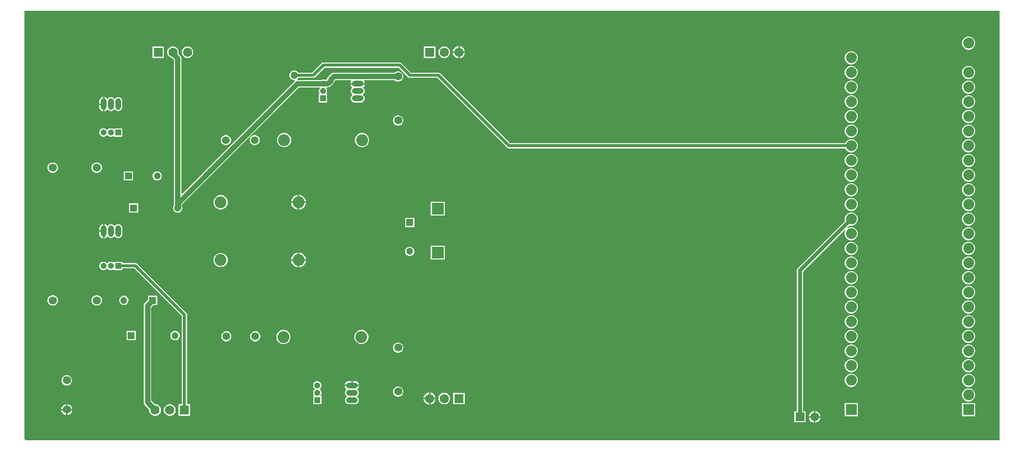
<source format=gbl>
%FSTAX23Y23*%
%MOIN*%
%SFA1B1*%

%IPPOS*%
%ADD15C,0.035350*%
%ADD16C,0.019680*%
%ADD23C,0.055000*%
%ADD27C,0.047240*%
%ADD28R,0.047240X0.047240*%
%ADD33R,0.047240X0.047240*%
%ADD44C,0.026930*%
%ADD47C,0.055120*%
%ADD48C,0.073860*%
%ADD49R,0.073860X0.073860*%
%ADD50C,0.080710*%
%ADD51O,0.078740X0.039370*%
%ADD52O,0.078740X0.039370*%
%ADD53C,0.041340*%
%ADD54R,0.041340X0.041340*%
%ADD55C,0.059060*%
%ADD56R,0.059060X0.059060*%
%ADD57R,0.041340X0.041340*%
%ADD58O,0.039370X0.078740*%
%ADD59O,0.039370X0.078740*%
%ADD60R,0.062990X0.062990*%
%ADD61C,0.062990*%
%ADD62R,0.080000X0.080000*%
%ADD63C,0.053150*%
%ADD64C,0.050000*%
%LNpcb1-1*%
%LPD*%
G36*
X0666Y-0001D02*
X0002D01*
X0001Y0*
Y0292*
X0666*
Y-0001*
G37*
%LNpcb1-2*%
%LPC*%
G36*
X06455Y02744D02*
X06444D01*
X06432Y02741*
X06422Y02735*
X06414Y02727*
X06408Y02717*
X06405Y02705*
Y02694*
X06408Y02682*
X06414Y02672*
X06422Y02664*
X06432Y02658*
X06444Y02655*
X06455*
X06467Y02658*
X06477Y02664*
X06485Y02672*
X06491Y02682*
X06494Y02694*
Y02705*
X06491Y02717*
X06485Y02727*
X06477Y02735*
X06467Y02741*
X06455Y02744*
G37*
G36*
X02979Y02679D02*
X02979D01*
Y02642*
X03015*
Y02643*
X03012Y02653*
X03007Y02663*
X02999Y02671*
X0299Y02676*
X02979Y02679*
G37*
G36*
X02969D02*
X02968D01*
X02958Y02676*
X02948Y02671*
X0294Y02663*
X02935Y02653*
X02932Y02643*
Y02642*
X02969*
Y02679*
G37*
G36*
X02879Y02677D02*
X02868D01*
X02858Y02674*
X02849Y02669*
X02842Y02661*
X02837Y02652*
X02834Y02642*
Y02632*
X02837Y02622*
X02842Y02613*
X02849Y02606*
X02858Y02601*
X02868Y02598*
X02879*
X02889Y02601*
X02898Y02606*
X02905Y02613*
X0291Y02622*
X02913Y02632*
Y02642*
X0291Y02652*
X02905Y02661*
X02898Y02669*
X02889Y02674*
X02879Y02677*
G37*
G36*
X02813D02*
X02734D01*
Y02598*
X02813*
Y02677*
G37*
G36*
X01128Y02677D02*
X01118D01*
X01108Y02674*
X01099Y02669*
X01092Y02661*
X01086Y02652*
X01084Y02642*
Y02632*
X01086Y02622*
X01092Y02613*
X01099Y02606*
X01108Y02601*
X01118Y02598*
X01128*
X01138Y02601*
X01147Y02606*
X01155Y02613*
X0116Y02622*
X01162Y02632*
Y02642*
X0116Y02652*
X01155Y02661*
X01147Y02669*
X01138Y02674*
X01128Y02677*
G37*
G36*
X00962D02*
X00884D01*
Y02598*
X00962*
Y02677*
G37*
G36*
X03015Y02632D02*
X02979D01*
Y02596*
X02979*
X0299Y02599*
X02999Y02604*
X03007Y02612*
X03012Y02621*
X03015Y02632*
Y02632*
G37*
G36*
X02969D02*
X02932D01*
Y02632*
X02935Y02621*
X0294Y02612*
X02948Y02604*
X02958Y02599*
X02968Y02596*
X02969*
Y02632*
G37*
G36*
X05655Y02644D02*
X05644D01*
X05632Y02641*
X05622Y02635*
X05614Y02627*
X05608Y02617*
X05605Y02605*
Y02594*
X05608Y02582*
X05614Y02572*
X05622Y02564*
X05632Y02558*
X05644Y02555*
X05655*
X05667Y02558*
X05677Y02564*
X05685Y02572*
X05691Y02582*
X05694Y02594*
Y02605*
X05691Y02617*
X05685Y02627*
X05677Y02635*
X05667Y02641*
X05655Y02644*
G37*
G36*
X06455Y02544D02*
X06444D01*
X06432Y02541*
X06422Y02535*
X06414Y02527*
X06408Y02517*
X06405Y02505*
Y02494*
X06408Y02482*
X06414Y02472*
X06422Y02464*
X06432Y02458*
X06444Y02455*
X06455*
X06467Y02458*
X06477Y02464*
X06485Y02472*
X06491Y02482*
X06494Y02494*
Y02505*
X06491Y02517*
X06485Y02527*
X06477Y02535*
X06467Y02541*
X06455Y02544*
G37*
G36*
X05655D02*
X05644D01*
X05632Y02541*
X05622Y02535*
X05614Y02527*
X05608Y02517*
X05605Y02505*
Y02494*
X05608Y02482*
X05614Y02472*
X05622Y02464*
X05632Y02458*
X05644Y02455*
X05655*
X05667Y02458*
X05677Y02464*
X05685Y02472*
X05691Y02482*
X05694Y02494*
Y02505*
X05691Y02517*
X05685Y02527*
X05677Y02535*
X05667Y02541*
X05655Y02544*
G37*
G36*
X06455Y02444D02*
X06444D01*
X06432Y02441*
X06422Y02435*
X06414Y02427*
X06408Y02417*
X06405Y02405*
Y02394*
X06408Y02382*
X06414Y02372*
X06422Y02364*
X06432Y02358*
X06444Y02355*
X06455*
X06467Y02358*
X06477Y02364*
X06485Y02372*
X06491Y02382*
X06494Y02394*
Y02405*
X06491Y02417*
X06485Y02427*
X06477Y02435*
X06467Y02441*
X06455Y02444*
G37*
G36*
X05655D02*
X05644D01*
X05632Y02441*
X05622Y02435*
X05614Y02427*
X05608Y02417*
X05605Y02405*
Y02394*
X05608Y02382*
X05614Y02372*
X05622Y02364*
X05632Y02358*
X05644Y02355*
X05655*
X05667Y02358*
X05677Y02364*
X05685Y02372*
X05691Y02382*
X05694Y02394*
Y02405*
X05691Y02417*
X05685Y02427*
X05677Y02435*
X05667Y02441*
X05655Y02444*
G37*
G36*
X02332Y02417D02*
X02234D01*
X02234Y02415*
X02237Y02407*
X02242Y02401*
X02245Y02399*
Y02393*
X02244Y02392*
X02239Y02386*
X02236Y0238*
X02235Y02372*
X02236Y02365*
X02239Y02358*
X02244Y02353*
X02247Y0235*
Y02344*
X02244Y02342*
X02239Y02336*
X02236Y0233*
X02235Y02322*
X02236Y02315*
X02239Y02308*
X02244Y02303*
X02249Y02298*
X02256Y02295*
X02263Y02295*
X02303*
X0231Y02295*
X02317Y02298*
X02322Y02303*
X02327Y02308*
X0233Y02315*
X0233Y02322*
X0233Y0233*
X02327Y02336*
X02322Y02342*
X02319Y02344*
Y0235*
X02322Y02353*
X02327Y02358*
X0233Y02365*
X0233Y02372*
X0233Y0238*
X02327Y02386*
X02322Y02392*
X02321Y02393*
Y02399*
X02324Y02401*
X02329Y02407*
X02332Y02415*
X02332Y02417*
G37*
G36*
X00546Y02332D02*
X00543Y02332D01*
X00536Y02329*
X0053Y02324*
X00525Y02318*
X00522Y0231*
X00521Y02303*
Y02288*
X00546*
Y02332*
G37*
G36*
X06455Y02344D02*
X06444D01*
X06432Y02341*
X06422Y02335*
X06414Y02327*
X06408Y02317*
X06405Y02305*
Y02294*
X06408Y02282*
X06414Y02272*
X06422Y02264*
X06432Y02258*
X06444Y02255*
X06455*
X06467Y02258*
X06477Y02264*
X06485Y02272*
X06491Y02282*
X06494Y02294*
Y02305*
X06491Y02317*
X06485Y02327*
X06477Y02335*
X06467Y02341*
X06455Y02344*
G37*
G36*
X05655D02*
X05644D01*
X05632Y02341*
X05622Y02335*
X05614Y02327*
X05608Y02317*
X05605Y02305*
Y02294*
X05608Y02282*
X05614Y02272*
X05622Y02264*
X05632Y02258*
X05644Y02255*
X05655*
X05667Y02258*
X05677Y02264*
X05685Y02272*
X05691Y02282*
X05694Y02294*
Y02305*
X05691Y02317*
X05685Y02327*
X05677Y02335*
X05667Y02341*
X05655Y02344*
G37*
G36*
X00556Y02332D02*
Y02283D01*
Y02234*
X00558Y02234*
X00566Y02237*
X00572Y02242*
X00574Y02245*
X0058*
X00581Y02244*
X00587Y02239*
X00593Y02236*
X00601Y02235*
X00608Y02236*
X00615Y02239*
X0062Y02244*
X00623Y02247*
X00629*
X00631Y02244*
X00637Y02239*
X00643Y02236*
X00651Y02235*
X00658Y02236*
X00665Y02239*
X0067Y02244*
X00675Y02249*
X00678Y02256*
X00678Y02263*
Y02303*
X00678Y0231*
X00675Y02317*
X0067Y02322*
X00665Y02327*
X00658Y0233*
X00651Y0233*
X00643Y0233*
X00637Y02327*
X00631Y02322*
X00629Y02319*
X00623*
X0062Y02322*
X00615Y02327*
X00608Y0233*
X00601Y0233*
X00593Y0233*
X00587Y02327*
X00581Y02322*
X0058Y02321*
X00574*
X00572Y02324*
X00566Y02329*
X00558Y02332*
X00556Y02332*
G37*
G36*
X00546Y02278D02*
X00521D01*
Y02263*
X00522Y02256*
X00525Y02248*
X0053Y02242*
X00536Y02237*
X00543Y02234*
X00546Y02234*
Y02278*
G37*
G36*
X06455Y02244D02*
X06444D01*
X06432Y02241*
X06422Y02235*
X06414Y02227*
X06408Y02217*
X06405Y02205*
Y02194*
X06408Y02182*
X06414Y02172*
X06422Y02164*
X06432Y02158*
X06444Y02155*
X06455*
X06467Y02158*
X06477Y02164*
X06485Y02172*
X06491Y02182*
X06494Y02194*
Y02205*
X06491Y02217*
X06485Y02227*
X06477Y02235*
X06467Y02241*
X06455Y02244*
G37*
G36*
X05655D02*
X05644D01*
X05632Y02241*
X05622Y02235*
X05614Y02227*
X05608Y02217*
X05605Y02205*
Y02194*
X05608Y02182*
X05614Y02172*
X05622Y02164*
X05632Y02158*
X05644Y02155*
X05655*
X05667Y02158*
X05677Y02164*
X05685Y02172*
X05691Y02182*
X05694Y02194*
Y02205*
X05691Y02217*
X05685Y02227*
X05677Y02235*
X05667Y02241*
X05655Y02244*
G37*
G36*
X02563Y02208D02*
X02554D01*
X02545Y02205*
X02537Y02201*
X0253Y02194*
X02526Y02186*
X02523Y02177*
Y02168*
X02526Y02159*
X0253Y02151*
X02537Y02144*
X02545Y02139*
X02554Y02137*
X02563*
X02572Y02139*
X0258Y02144*
X02587Y02151*
X02592Y02159*
X02594Y02168*
Y02177*
X02592Y02186*
X02587Y02194*
X0258Y02201*
X02572Y02205*
X02563Y02208*
G37*
G36*
X00678Y02118D02*
X00621D01*
Y02115*
X00616Y02113*
X00611Y02116*
X00603Y02118*
X00596*
X00588Y02116*
X00582Y02112*
X00578Y02108*
X00575Y02107*
X00571Y02108*
X00567Y02112*
X00561Y02116*
X00553Y02118*
X00546*
X00538Y02116*
X00532Y02112*
X00527Y02107*
X00523Y02101*
X00521Y02093*
Y02086*
X00523Y02078*
X00527Y02072*
X00532Y02067*
X00538Y02063*
X00546Y02061*
X00553*
X00561Y02063*
X00567Y02067*
X00571Y02071*
X00575Y02072*
X00578Y02071*
X00582Y02067*
X00588Y02063*
X00596Y02061*
X00603*
X00611Y02063*
X00616Y02066*
X00621Y02064*
Y02061*
X00678*
Y02118*
G37*
G36*
X06455Y02144D02*
X06444D01*
X06432Y02141*
X06422Y02135*
X06414Y02127*
X06408Y02117*
X06405Y02105*
Y02094*
X06408Y02082*
X06414Y02072*
X06422Y02064*
X06432Y02058*
X06444Y02055*
X06455*
X06467Y02058*
X06477Y02064*
X06485Y02072*
X06491Y02082*
X06494Y02094*
Y02105*
X06491Y02117*
X06485Y02127*
X06477Y02135*
X06467Y02141*
X06455Y02144*
G37*
G36*
X05655D02*
X05644D01*
X05632Y02141*
X05622Y02135*
X05614Y02127*
X05608Y02117*
X05605Y02105*
Y02094*
X05608Y02082*
X05614Y02072*
X05622Y02064*
X05632Y02058*
X05644Y02055*
X05655*
X05667Y02058*
X05677Y02064*
X05685Y02072*
X05691Y02082*
X05694Y02094*
Y02105*
X05691Y02117*
X05685Y02127*
X05677Y02135*
X05667Y02141*
X05655Y02144*
G37*
G36*
X01586Y02072D02*
X01576D01*
X01568Y0207*
X0156Y02065*
X01553Y02059*
X01549Y02051*
X01547Y02042*
Y02033*
X01549Y02024*
X01553Y02016*
X0156Y0201*
X01568Y02006*
X01576Y02003*
X01586*
X01594Y02006*
X01602Y0201*
X01609Y02016*
X01613Y02024*
X01615Y02033*
Y02042*
X01613Y02051*
X01609Y02059*
X01602Y02065*
X01594Y0207*
X01586Y02072*
G37*
G36*
X01389D02*
X0138D01*
X01371Y0207*
X01363Y02065*
X01357Y02059*
X01352Y02051*
X0135Y02042*
Y02033*
X01352Y02024*
X01357Y02016*
X01363Y0201*
X01371Y02006*
X0138Y02003*
X01389*
X01397Y02006*
X01405Y0201*
X01412Y02016*
X01416Y02024*
X01419Y02033*
Y02042*
X01416Y02051*
X01412Y02059*
X01405Y02065*
X01397Y0207*
X01389Y02072*
G37*
G36*
X02319Y02086D02*
X02307D01*
X02295Y02083*
X02284Y02076*
X02275Y02067*
X02268Y02056*
X02265Y02044*
Y02031*
X02268Y02019*
X02275Y02008*
X02284Y01999*
X02295Y01993*
X02307Y01989*
X02319*
X02332Y01993*
X02343Y01999*
X02352Y02008*
X02358Y02019*
X02361Y02031*
Y02044*
X02358Y02056*
X02352Y02067*
X02343Y02076*
X02332Y02083*
X02319Y02086*
G37*
G36*
X01788D02*
X01776D01*
X01763Y02083*
X01752Y02076*
X01743Y02067*
X01737Y02056*
X01734Y02044*
Y02031*
X01737Y02019*
X01743Y02008*
X01752Y01999*
X01763Y01993*
X01776Y01989*
X01788*
X01801Y01993*
X01812Y01999*
X01821Y02008*
X01827Y02019*
X0183Y02031*
Y02044*
X01827Y02056*
X01821Y02067*
X01812Y02076*
X01801Y02083*
X01788Y02086*
G37*
G36*
X06455Y02044D02*
X06444D01*
X06432Y02041*
X06422Y02035*
X06414Y02027*
X06408Y02017*
X06405Y02005*
Y01994*
X06408Y01982*
X06414Y01972*
X06422Y01964*
X06432Y01958*
X06444Y01955*
X06455*
X06467Y01958*
X06477Y01964*
X06485Y01972*
X06491Y01982*
X06494Y01994*
Y02005*
X06491Y02017*
X06485Y02027*
X06477Y02035*
X06467Y02041*
X06455Y02044*
G37*
G36*
X01028Y02677D02*
X01018D01*
X01008Y02674*
X00999Y02669*
X00992Y02661*
X00986Y02652*
X00984Y02642*
Y02632*
X00986Y02622*
X00992Y02613*
X00999Y02606*
X01008Y02601*
X01016Y02599*
X01029Y02585*
Y01593*
X01026Y01586*
X01024Y01578*
Y0157*
X01026Y01562*
X0103Y01555*
X01036Y01549*
X01043Y01545*
X01051Y01543*
X01059*
X01067Y01545*
X01074Y01549*
X0108Y01555*
X01084Y01562*
X01087Y0157*
Y01578*
X01085Y01585*
Y016*
X01882Y02397*
X02024*
X02026Y02392*
X02024Y0239*
X0202Y02383*
X02018Y02376*
Y02369*
X0202Y02361*
X02023Y02356*
X02021Y02351*
X02018*
Y02294*
X02075*
Y02351*
X02072*
X0207Y02356*
X02073Y02361*
X02075Y02369*
Y02376*
X02073Y02383*
X0207Y0239*
X02067Y02393*
X02069Y02398*
X02078*
X02085Y02399*
X02091Y02401*
X02097Y02405*
X02118Y02426*
Y02426*
X02122Y02432*
X02124Y02438*
X02125Y0244*
X02131Y02447*
X02238*
X02241Y02442*
X02237Y02437*
X02234Y0243*
X02234Y02427*
X02332*
X02332Y0243*
X02329Y02437*
X02325Y02442*
X02328Y02447*
X02534*
X02537Y02444*
X02545Y02439*
X02554Y02437*
X02563*
X02572Y02439*
X0258Y02444*
X02587Y02451*
X02592Y02459*
X02594Y02468*
Y02477*
X02592Y02486*
X02587Y02494*
X0258Y02501*
X02572Y02505*
X02563Y02508*
X02554*
X02545Y02505*
X02537Y02501*
X02534Y02498*
X0212*
X02114Y02497*
X02107Y02495*
X02102Y02491*
X02081Y0247*
X02077Y02465*
X02075Y02458*
X02074Y02456*
X02068Y02449*
X02057*
X02051Y02451*
X02043*
X02036Y02449*
X02034Y02448*
X01871*
X01871Y02448*
X01869Y02453*
X0187Y02454*
X01876Y0246*
X01877Y02462*
X0198*
X01987Y02463*
X01993Y02467*
X02057Y02531*
X02562*
X02626Y02467*
X02632Y02463*
X02639Y02462*
X02827*
X03302Y01987*
X03308Y01983*
X03314Y01981*
X05608*
X05614Y01972*
X05622Y01964*
X05632Y01958*
X05644Y01955*
X05655*
X05667Y01958*
X05677Y01964*
X05685Y01972*
X05691Y01982*
X05694Y01994*
Y02005*
X05691Y02017*
X05685Y02027*
X05677Y02035*
X05667Y02041*
X05655Y02044*
X05644*
X05632Y02041*
X05622Y02035*
X05614Y02027*
X05608Y02018*
X03322*
X02847Y02493*
X02841Y02497*
X02834Y02498*
X02647*
X02582Y02562*
X02576Y02566*
X0257Y02568*
X0205*
X02043Y02566*
X02037Y02562*
X01972Y02498*
X01877*
X01876Y025*
X0187Y02506*
X01863Y0251*
X01854Y02513*
X01846*
X01837Y0251*
X0183Y02506*
X01824Y025*
X01819Y02493*
X01817Y02484*
Y02475*
X01819Y02467*
X01824Y0246*
X0183Y02454*
X01837Y02449*
X01846Y02447*
X01853*
X01855Y02443*
X01855Y02442*
X01853Y02441*
X01086Y01673*
X01081Y01675*
Y02596*
X0108Y02602*
X01077Y02608*
X01073Y02614*
X01061Y02626*
X01062Y02632*
Y02642*
X0106Y02652*
X01055Y02661*
X01047Y02669*
X01038Y02674*
X01028Y02677*
G37*
G36*
X06455Y01944D02*
X06444D01*
X06432Y01941*
X06422Y01935*
X06414Y01927*
X06408Y01917*
X06405Y01905*
Y01894*
X06408Y01882*
X06414Y01872*
X06422Y01864*
X06432Y01858*
X06444Y01855*
X06455*
X06467Y01858*
X06477Y01864*
X06485Y01872*
X06491Y01882*
X06494Y01894*
Y01905*
X06491Y01917*
X06485Y01927*
X06477Y01935*
X06467Y01941*
X06455Y01944*
G37*
G36*
X05655D02*
X05644D01*
X05632Y01941*
X05622Y01935*
X05614Y01927*
X05608Y01917*
X05605Y01905*
Y01894*
X05608Y01882*
X05614Y01872*
X05622Y01864*
X05632Y01858*
X05644Y01855*
X05655*
X05667Y01858*
X05677Y01864*
X05685Y01872*
X05691Y01882*
X05694Y01894*
Y01905*
X05691Y01917*
X05685Y01927*
X05677Y01935*
X05667Y01941*
X05655Y01944*
G37*
G36*
X00508Y01885D02*
X00499D01*
X0049Y01883*
X00482Y01878*
X00475Y01872*
X00471Y01864*
X00468Y01855*
Y01845*
X00471Y01836*
X00475Y01828*
X00482Y01822*
X0049Y01817*
X00499Y01814*
X00508*
X00518Y01817*
X00526Y01822*
X00532Y01828*
X00537Y01836*
X00539Y01845*
Y01855*
X00537Y01864*
X00532Y01872*
X00526Y01878*
X00518Y01883*
X00508Y01885*
G37*
G36*
X00208D02*
X00199D01*
X0019Y01883*
X00182Y01878*
X00175Y01872*
X00171Y01864*
X00168Y01855*
Y01845*
X00171Y01836*
X00175Y01828*
X00182Y01822*
X0019Y01817*
X00199Y01814*
X00208*
X00218Y01817*
X00226Y01822*
X00232Y01828*
X00237Y01836*
X00239Y01845*
Y01855*
X00237Y01864*
X00232Y01872*
X00226Y01878*
X00218Y01883*
X00208Y01885*
G37*
G36*
X0092Y01825D02*
X00912D01*
X00904Y01823*
X00897Y01819*
X00891Y01813*
X00887Y01806*
X00885Y01798*
Y01789*
X00887Y01781*
X00891Y01774*
X00897Y01768*
X00904Y01764*
X00912Y01762*
X0092*
X00928Y01764*
X00935Y01768*
X00941Y01774*
X00945Y01781*
X00947Y01789*
Y01798*
X00945Y01806*
X00941Y01813*
X00935Y01819*
X00928Y01823*
X0092Y01825*
G37*
G36*
X00751D02*
X00688D01*
Y01762*
X00751*
Y01825*
G37*
G36*
X06455Y01844D02*
X06444D01*
X06432Y01841*
X06422Y01835*
X06414Y01827*
X06408Y01817*
X06405Y01805*
Y01794*
X06408Y01782*
X06414Y01772*
X06422Y01764*
X06432Y01758*
X06444Y01755*
X06455*
X06467Y01758*
X06477Y01764*
X06485Y01772*
X06491Y01782*
X06494Y01794*
Y01805*
X06491Y01817*
X06485Y01827*
X06477Y01835*
X06467Y01841*
X06455Y01844*
G37*
G36*
X05655D02*
X05644D01*
X05632Y01841*
X05622Y01835*
X05614Y01827*
X05608Y01817*
X05605Y01805*
Y01794*
X05608Y01782*
X05614Y01772*
X05622Y01764*
X05632Y01758*
X05644Y01755*
X05655*
X05667Y01758*
X05677Y01764*
X05685Y01772*
X05691Y01782*
X05694Y01794*
Y01805*
X05691Y01817*
X05685Y01827*
X05677Y01835*
X05667Y01841*
X05655Y01844*
G37*
G36*
X06455Y01744D02*
X06444D01*
X06432Y01741*
X06422Y01735*
X06414Y01727*
X06408Y01717*
X06405Y01705*
Y01694*
X06408Y01682*
X06414Y01672*
X06422Y01664*
X06432Y01658*
X06444Y01655*
X06455*
X06467Y01658*
X06477Y01664*
X06485Y01672*
X06491Y01682*
X06494Y01694*
Y01705*
X06491Y01717*
X06485Y01727*
X06477Y01735*
X06467Y01741*
X06455Y01744*
G37*
G36*
X05655D02*
X05644D01*
X05632Y01741*
X05622Y01735*
X05614Y01727*
X05608Y01717*
X05605Y01705*
Y01694*
X05608Y01682*
X05614Y01672*
X05622Y01664*
X05632Y01658*
X05644Y01655*
X05655*
X05667Y01658*
X05677Y01664*
X05685Y01672*
X05691Y01682*
X05694Y01694*
Y01705*
X05691Y01717*
X05685Y01727*
X05677Y01735*
X05667Y01741*
X05655Y01744*
G37*
G36*
X01886Y01664D02*
X01884D01*
Y01619*
X0193*
Y0162*
X01926Y01633*
X0192Y01645*
X0191Y01654*
X01899Y01661*
X01886Y01664*
G37*
G36*
X01874D02*
X01873D01*
X0186Y01661*
X01848Y01654*
X01839Y01645*
X01832Y01633*
X01829Y0162*
Y01619*
X01874*
Y01664*
G37*
G36*
X01354Y01662D02*
X01342D01*
X0133Y01659*
X01319Y01652*
X0131Y01643*
X01303Y01632*
X013Y0162*
Y01607*
X01303Y01595*
X0131Y01584*
X01319Y01575*
X0133Y01569*
X01342Y01565*
X01354*
X01367Y01569*
X01378Y01575*
X01387Y01584*
X01393Y01595*
X01396Y01607*
Y0162*
X01393Y01632*
X01387Y01643*
X01378Y01652*
X01367Y01659*
X01354Y01662*
G37*
G36*
X0193Y01609D02*
X01884D01*
Y01563*
X01886*
X01899Y01567*
X0191Y01573*
X0192Y01583*
X01926Y01594*
X0193Y01607*
Y01609*
G37*
G36*
X01874D02*
X01829D01*
Y01607*
X01832Y01594*
X01839Y01583*
X01848Y01573*
X0186Y01567*
X01873Y01563*
X01874*
Y01609*
G37*
G36*
X06455Y01644D02*
X06444D01*
X06432Y01641*
X06422Y01635*
X06414Y01627*
X06408Y01617*
X06405Y01605*
Y01594*
X06408Y01582*
X06414Y01572*
X06422Y01564*
X06432Y01558*
X06444Y01555*
X06455*
X06467Y01558*
X06477Y01564*
X06485Y01572*
X06491Y01582*
X06494Y01594*
Y01605*
X06491Y01617*
X06485Y01627*
X06477Y01635*
X06467Y01641*
X06455Y01644*
G37*
G36*
X05655D02*
X05644D01*
X05632Y01641*
X05622Y01635*
X05614Y01627*
X05608Y01617*
X05605Y01605*
Y01594*
X05608Y01582*
X05614Y01572*
X05622Y01564*
X05632Y01558*
X05644Y01555*
X05655*
X05667Y01558*
X05677Y01564*
X05685Y01572*
X05691Y01582*
X05694Y01594*
Y01605*
X05691Y01617*
X05685Y01627*
X05677Y01635*
X05667Y01641*
X05655Y01644*
G37*
G36*
X00786Y01606D02*
X00723D01*
Y01543*
X00786*
Y01606*
G37*
G36*
X02877Y01617D02*
X02782D01*
Y01522*
X02877*
Y01617*
G37*
G36*
X06455Y01544D02*
X06444D01*
X06432Y01541*
X06422Y01535*
X06414Y01527*
X06408Y01517*
X06405Y01505*
Y01494*
X06408Y01482*
X06414Y01472*
X06422Y01464*
X06432Y01458*
X06444Y01455*
X06455*
X06467Y01458*
X06477Y01464*
X06485Y01472*
X06491Y01482*
X06494Y01494*
Y01505*
X06491Y01517*
X06485Y01527*
X06477Y01535*
X06467Y01541*
X06455Y01544*
G37*
G36*
X05655D02*
X05644D01*
X05632Y01541*
X05622Y01535*
X05614Y01527*
X05608Y01517*
X05605Y01505*
Y01494*
X05606Y01487*
X05284Y01165*
X05279Y01158*
X05278Y0115*
Y00187*
X05262*
Y00112*
X05337*
Y00187*
X05321*
Y0114*
X05608Y01427*
X05612Y01424*
X05608Y01417*
X05605Y01405*
Y01394*
X05608Y01382*
X05614Y01372*
X05622Y01364*
X05632Y01358*
X05644Y01355*
X05655*
X05667Y01358*
X05677Y01364*
X05685Y01372*
X05691Y01382*
X05694Y01394*
Y01405*
X05691Y01417*
X05685Y01427*
X05677Y01435*
X05667Y01441*
X05655Y01444*
X05644*
X05632Y01441*
X05625Y01437*
X05622Y01441*
X05637Y01456*
X05644Y01455*
X05655*
X05667Y01458*
X05677Y01464*
X05685Y01472*
X05691Y01482*
X05694Y01494*
Y01505*
X05691Y01517*
X05685Y01527*
X05677Y01535*
X05667Y01541*
X05655Y01544*
G37*
G36*
X02669Y01507D02*
X02606D01*
Y01444*
X02669*
Y01507*
G37*
G36*
X00546Y01466D02*
X00543Y01465D01*
X00536Y01462*
X0053Y01458*
X00525Y01451*
X00522Y01444*
X00521Y01437*
Y01422*
X00546*
Y01466*
G37*
G36*
X00556D02*
Y01417D01*
Y01368*
X00558Y01368*
X00566Y01371*
X00572Y01376*
X00574Y01379*
X0058*
X00581Y01377*
X00587Y01373*
X00593Y0137*
X00601Y01369*
X00608Y0137*
X00615Y01373*
X0062Y01377*
X00623Y0138*
X00629*
X00631Y01377*
X00637Y01373*
X00643Y0137*
X00651Y01369*
X00658Y0137*
X00665Y01373*
X0067Y01377*
X00675Y01383*
X00678Y0139*
X00678Y01397*
Y01437*
X00678Y01444*
X00675Y0145*
X0067Y01456*
X00665Y01461*
X00658Y01463*
X00651Y01464*
X00643Y01463*
X00637Y01461*
X00631Y01456*
X00629Y01453*
X00623*
X0062Y01456*
X00615Y01461*
X00608Y01463*
X00601Y01464*
X00593Y01463*
X00587Y01461*
X00581Y01456*
X0058Y01455*
X00574*
X00572Y01458*
X00566Y01462*
X00558Y01465*
X00556Y01466*
G37*
G36*
X00546Y01412D02*
X00521D01*
Y01397*
X00522Y01389*
X00525Y01382*
X0053Y01376*
X00536Y01371*
X00543Y01368*
X00546Y01368*
Y01412*
G37*
G36*
X06455Y01444D02*
X06444D01*
X06432Y01441*
X06422Y01435*
X06414Y01427*
X06408Y01417*
X06405Y01405*
Y01394*
X06408Y01382*
X06414Y01372*
X06422Y01364*
X06432Y01358*
X06444Y01355*
X06455*
X06467Y01358*
X06477Y01364*
X06485Y01372*
X06491Y01382*
X06494Y01394*
Y01405*
X06491Y01417*
X06485Y01427*
X06477Y01435*
X06467Y01441*
X06455Y01444*
G37*
G36*
Y01344D02*
X06444D01*
X06432Y01341*
X06422Y01335*
X06414Y01327*
X06408Y01317*
X06405Y01305*
Y01294*
X06408Y01282*
X06414Y01272*
X06422Y01264*
X06432Y01258*
X06444Y01255*
X06455*
X06467Y01258*
X06477Y01264*
X06485Y01272*
X06491Y01282*
X06494Y01294*
Y01305*
X06491Y01317*
X06485Y01327*
X06477Y01335*
X06467Y01341*
X06455Y01344*
G37*
G36*
X05655D02*
X05644D01*
X05632Y01341*
X05622Y01335*
X05614Y01327*
X05608Y01317*
X05605Y01305*
Y01294*
X05608Y01282*
X05614Y01272*
X05622Y01264*
X05632Y01258*
X05644Y01255*
X05655*
X05667Y01258*
X05677Y01264*
X05685Y01272*
X05691Y01282*
X05694Y01294*
Y01305*
X05691Y01317*
X05685Y01327*
X05677Y01335*
X05667Y01341*
X05655Y01344*
G37*
G36*
X02641Y01311D02*
X02633D01*
X02625Y01308*
X02618Y01304*
X02612Y01298*
X02608Y01291*
X02606Y01283*
Y01275*
X02608Y01267*
X02612Y0126*
X02618Y01254*
X02625Y0125*
X02633Y01248*
X02641*
X02649Y0125*
X02657Y01254*
X02663Y0126*
X02667Y01267*
X02669Y01275*
Y01283*
X02667Y01291*
X02663Y01298*
X02657Y01304*
X02649Y01308*
X02641Y01311*
G37*
G36*
X01886Y0127D02*
X01884D01*
Y01225*
X0193*
Y01227*
X01926Y01239*
X0192Y01251*
X0191Y0126*
X01899Y01267*
X01886Y0127*
G37*
G36*
X01874D02*
X01873D01*
X0186Y01267*
X01848Y0126*
X01839Y01251*
X01832Y01239*
X01829Y01227*
Y01225*
X01874*
Y0127*
G37*
G36*
X02877Y01317D02*
X02782D01*
Y01222*
X02877*
Y01317*
G37*
G36*
X00678Y01208D02*
X00621D01*
Y01205*
X00616Y01203*
X00611Y01206*
X00603Y01208*
X00596*
X00588Y01206*
X00582Y01202*
X00578Y01198*
X00575Y01197*
X00571Y01198*
X00567Y01202*
X00561Y01206*
X00553Y01208*
X00546*
X00538Y01206*
X00532Y01202*
X00527Y01197*
X00523Y01191*
X00521Y01183*
Y01176*
X00523Y01168*
X00527Y01162*
X00532Y01157*
X00538Y01153*
X00546Y01151*
X00553*
X00561Y01153*
X00567Y01157*
X00571Y01161*
X00575Y01162*
X00578Y01161*
X00582Y01157*
X00588Y01153*
X00596Y01151*
X00603*
X00611Y01153*
X00616Y01156*
X00621Y01154*
Y01151*
X00678*
Y01163*
X00761*
X01084Y0084*
Y00236*
X01062*
Y00157*
X01141*
Y00236*
X0112*
Y00847*
X01119Y00854*
X01115Y0086*
X00781Y01193*
X00775Y01197*
X00768Y01199*
X00678*
Y01208*
G37*
G36*
X01354Y01268D02*
X01342D01*
X0133Y01265*
X01319Y01259*
X0131Y0125*
X01303Y01239*
X013Y01226*
Y01214*
X01303Y01201*
X0131Y0119*
X01319Y01181*
X0133Y01175*
X01342Y01172*
X01354*
X01367Y01175*
X01378Y01181*
X01387Y0119*
X01393Y01201*
X01396Y01214*
Y01226*
X01393Y01239*
X01387Y0125*
X01378Y01259*
X01367Y01265*
X01354Y01268*
G37*
G36*
X0193Y01215D02*
X01884D01*
Y0117*
X01886*
X01899Y01173*
X0191Y0118*
X0192Y01189*
X01926Y01201*
X0193Y01213*
Y01215*
G37*
G36*
X01874D02*
X01829D01*
Y01213*
X01832Y01201*
X01839Y01189*
X01848Y0118*
X0186Y01173*
X01873Y0117*
X01874*
Y01215*
G37*
G36*
X06455Y01244D02*
X06444D01*
X06432Y01241*
X06422Y01235*
X06414Y01227*
X06408Y01217*
X06405Y01205*
Y01194*
X06408Y01182*
X06414Y01172*
X06422Y01164*
X06432Y01158*
X06444Y01155*
X06455*
X06467Y01158*
X06477Y01164*
X06485Y01172*
X06491Y01182*
X06494Y01194*
Y01205*
X06491Y01217*
X06485Y01227*
X06477Y01235*
X06467Y01241*
X06455Y01244*
G37*
G36*
X05655D02*
X05644D01*
X05632Y01241*
X05622Y01235*
X05614Y01227*
X05608Y01217*
X05605Y01205*
Y01194*
X05608Y01182*
X05614Y01172*
X05622Y01164*
X05632Y01158*
X05644Y01155*
X05655*
X05667Y01158*
X05677Y01164*
X05685Y01172*
X05691Y01182*
X05694Y01194*
Y01205*
X05691Y01217*
X05685Y01227*
X05677Y01235*
X05667Y01241*
X05655Y01244*
G37*
G36*
X06455Y01144D02*
X06444D01*
X06432Y01141*
X06422Y01135*
X06414Y01127*
X06408Y01117*
X06405Y01105*
Y01094*
X06408Y01082*
X06414Y01072*
X06422Y01064*
X06432Y01058*
X06444Y01055*
X06455*
X06467Y01058*
X06477Y01064*
X06485Y01072*
X06491Y01082*
X06494Y01094*
Y01105*
X06491Y01117*
X06485Y01127*
X06477Y01135*
X06467Y01141*
X06455Y01144*
G37*
G36*
X05655D02*
X05644D01*
X05632Y01141*
X05622Y01135*
X05614Y01127*
X05608Y01117*
X05605Y01105*
Y01094*
X05608Y01082*
X05614Y01072*
X05622Y01064*
X05632Y01058*
X05644Y01055*
X05655*
X05667Y01058*
X05677Y01064*
X05685Y01072*
X05691Y01082*
X05694Y01094*
Y01105*
X05691Y01117*
X05685Y01127*
X05677Y01135*
X05667Y01141*
X05655Y01144*
G37*
G36*
X06455Y01044D02*
X06444D01*
X06432Y01041*
X06422Y01035*
X06414Y01027*
X06408Y01017*
X06405Y01005*
Y00994*
X06408Y00982*
X06414Y00972*
X06422Y00964*
X06432Y00958*
X06444Y00955*
X06455*
X06467Y00958*
X06477Y00964*
X06485Y00972*
X06491Y00982*
X06494Y00994*
Y01005*
X06491Y01017*
X06485Y01027*
X06477Y01035*
X06467Y01041*
X06455Y01044*
G37*
G36*
X05655D02*
X05644D01*
X05632Y01041*
X05622Y01035*
X05614Y01027*
X05608Y01017*
X05605Y01005*
Y00994*
X05608Y00982*
X05614Y00972*
X05622Y00964*
X05632Y00958*
X05644Y00955*
X05655*
X05667Y00958*
X05677Y00964*
X05685Y00972*
X05691Y00982*
X05694Y00994*
Y01005*
X05691Y01017*
X05685Y01027*
X05677Y01035*
X05667Y01041*
X05655Y01044*
G37*
G36*
X00693Y00976D02*
X00684D01*
X00676Y00974*
X00669Y0097*
X00663Y00964*
X00659Y00957*
X00657Y00949*
Y0094*
X00659Y00932*
X00663Y00925*
X00669Y00919*
X00676Y00915*
X00684Y00913*
X00693*
X00701Y00915*
X00708Y00919*
X00714Y00925*
X00718Y00932*
X0072Y0094*
Y00949*
X00718Y00957*
X00714Y00964*
X00708Y0097*
X00701Y00974*
X00693Y00976*
G37*
G36*
X00508Y0098D02*
X00499D01*
X0049Y00977*
X00482Y00973*
X00475Y00966*
X00471Y00958*
X00468Y00949*
Y0094*
X00471Y00931*
X00475Y00923*
X00482Y00916*
X0049Y00911*
X00499Y00909*
X00508*
X00518Y00911*
X00526Y00916*
X00532Y00923*
X00537Y00931*
X00539Y0094*
Y00949*
X00537Y00958*
X00532Y00966*
X00526Y00973*
X00518Y00977*
X00508Y0098*
G37*
G36*
X00208D02*
X00199D01*
X0019Y00977*
X00182Y00973*
X00175Y00966*
X00171Y00958*
X00168Y00949*
Y0094*
X00171Y00931*
X00175Y00923*
X00182Y00916*
X0019Y00911*
X00199Y00909*
X00208*
X00218Y00911*
X00226Y00916*
X00232Y00923*
X00237Y00931*
X00239Y0094*
Y00949*
X00237Y00958*
X00232Y00966*
X00226Y00973*
X00218Y00977*
X00208Y0098*
G37*
G36*
X06455Y00944D02*
X06444D01*
X06432Y00941*
X06422Y00935*
X06414Y00927*
X06408Y00917*
X06405Y00905*
Y00894*
X06408Y00882*
X06414Y00872*
X06422Y00864*
X06432Y00858*
X06444Y00855*
X06455*
X06467Y00858*
X06477Y00864*
X06485Y00872*
X06491Y00882*
X06494Y00894*
Y00905*
X06491Y00917*
X06485Y00927*
X06477Y00935*
X06467Y00941*
X06455Y00944*
G37*
G36*
X05655D02*
X05644D01*
X05632Y00941*
X05622Y00935*
X05614Y00927*
X05608Y00917*
X05605Y00905*
Y00894*
X05608Y00882*
X05614Y00872*
X05622Y00864*
X05632Y00858*
X05644Y00855*
X05655*
X05667Y00858*
X05677Y00864*
X05685Y00872*
X05691Y00882*
X05694Y00894*
Y00905*
X05691Y00917*
X05685Y00927*
X05677Y00935*
X05667Y00941*
X05655Y00944*
G37*
G36*
X06455Y00844D02*
X06444D01*
X06432Y00841*
X06422Y00835*
X06414Y00827*
X06408Y00817*
X06405Y00805*
Y00794*
X06408Y00782*
X06414Y00772*
X06422Y00764*
X06432Y00758*
X06444Y00755*
X06455*
X06467Y00758*
X06477Y00764*
X06485Y00772*
X06491Y00782*
X06494Y00794*
Y00805*
X06491Y00817*
X06485Y00827*
X06477Y00835*
X06467Y00841*
X06455Y00844*
G37*
G36*
X05655D02*
X05644D01*
X05632Y00841*
X05622Y00835*
X05614Y00827*
X05608Y00817*
X05605Y00805*
Y00794*
X05608Y00782*
X05614Y00772*
X05622Y00764*
X05632Y00758*
X05644Y00755*
X05655*
X05667Y00758*
X05677Y00764*
X05685Y00772*
X05691Y00782*
X05694Y00794*
Y00805*
X05691Y00817*
X05685Y00827*
X05677Y00835*
X05667Y00841*
X05655Y00844*
G37*
G36*
X01042Y00736D02*
X01034D01*
X01026Y00734*
X01018Y0073*
X01012Y00724*
X01008Y00717*
X01006Y00709*
Y007*
X01008Y00692*
X01012Y00685*
X01018Y00679*
X01026Y00675*
X01034Y00673*
X01042*
X0105Y00675*
X01057Y00679*
X01063Y00685*
X01067Y00692*
X01069Y007*
Y00709*
X01067Y00717*
X01063Y00724*
X01057Y0073*
X0105Y00734*
X01042Y00736*
G37*
G36*
X00769D02*
X00706D01*
Y00673*
X00769*
Y00736*
G37*
G36*
X01589Y00734D02*
X0158D01*
X01571Y00732*
X01563Y00727*
X01557Y00721*
X01552Y00713*
X0155Y00704*
Y00695*
X01552Y00686*
X01557Y00678*
X01563Y00672*
X01571Y00667*
X0158Y00665*
X01589*
X01598Y00667*
X01606Y00672*
X01612Y00678*
X01617Y00686*
X01619Y00695*
Y00704*
X01617Y00713*
X01612Y00721*
X01606Y00727*
X01598Y00732*
X01589Y00734*
G37*
G36*
X01392D02*
X01383D01*
X01374Y00732*
X01366Y00727*
X0136Y00721*
X01355Y00713*
X01353Y00704*
Y00695*
X01355Y00686*
X0136Y00678*
X01366Y00672*
X01374Y00667*
X01383Y00665*
X01392*
X01401Y00667*
X01409Y00672*
X01415Y00678*
X0142Y00686*
X01422Y00695*
Y00704*
X0142Y00713*
X01415Y00721*
X01409Y00727*
X01401Y00732*
X01392Y00734*
G37*
G36*
X06455Y00744D02*
X06444D01*
X06432Y00741*
X06422Y00735*
X06414Y00727*
X06408Y00717*
X06405Y00705*
Y00694*
X06408Y00682*
X06414Y00672*
X06422Y00664*
X06432Y00658*
X06444Y00655*
X06455*
X06467Y00658*
X06477Y00664*
X06485Y00672*
X06491Y00682*
X06494Y00694*
Y00705*
X06491Y00717*
X06485Y00727*
X06477Y00735*
X06467Y00741*
X06455Y00744*
G37*
G36*
X05655D02*
X05644D01*
X05632Y00741*
X05622Y00735*
X05614Y00727*
X05608Y00717*
X05605Y00705*
Y00694*
X05608Y00682*
X05614Y00672*
X05622Y00664*
X05632Y00658*
X05644Y00655*
X05655*
X05667Y00658*
X05677Y00664*
X05685Y00672*
X05691Y00682*
X05694Y00694*
Y00705*
X05691Y00717*
X05685Y00727*
X05677Y00735*
X05667Y00741*
X05655Y00744*
G37*
G36*
X02314Y00743D02*
X02302D01*
X0229Y00739*
X02279Y00733*
X0227Y00724*
X02263Y00713*
X0226Y00701*
Y00688*
X02263Y00676*
X0227Y00665*
X02279Y00656*
X0229Y0065*
X02302Y00646*
X02314*
X02327Y0065*
X02338Y00656*
X02347Y00665*
X02353Y00676*
X02356Y00688*
Y00701*
X02353Y00713*
X02347Y00724*
X02338Y00733*
X02327Y00739*
X02314Y00743*
G37*
G36*
X01783D02*
X01771D01*
X01758Y00739*
X01747Y00733*
X01738Y00724*
X01732Y00713*
X01729Y00701*
Y00688*
X01732Y00676*
X01738Y00665*
X01747Y00656*
X01758Y0065*
X01771Y00646*
X01783*
X01796Y0065*
X01807Y00656*
X01816Y00665*
X01822Y00676*
X01825Y00688*
Y00701*
X01822Y00713*
X01816Y00724*
X01807Y00733*
X01796Y00739*
X01783Y00743*
G37*
G36*
X02563Y00657D02*
X02554D01*
X02545Y00655*
X02537Y0065*
X0253Y00644*
X02526Y00636*
X02523Y00627*
Y00617*
X02526Y00608*
X0253Y006*
X02537Y00594*
X02545Y00589*
X02554Y00587*
X02563*
X02572Y00589*
X0258Y00594*
X02587Y006*
X02592Y00608*
X02594Y00617*
Y00627*
X02592Y00636*
X02587Y00644*
X0258Y0065*
X02572Y00655*
X02563Y00657*
G37*
G36*
X06455Y00644D02*
X06444D01*
X06432Y00641*
X06422Y00635*
X06414Y00627*
X06408Y00617*
X06405Y00605*
Y00594*
X06408Y00582*
X06414Y00572*
X06422Y00564*
X06432Y00558*
X06444Y00555*
X06455*
X06467Y00558*
X06477Y00564*
X06485Y00572*
X06491Y00582*
X06494Y00594*
Y00605*
X06491Y00617*
X06485Y00627*
X06477Y00635*
X06467Y00641*
X06455Y00644*
G37*
G36*
X05655D02*
X05644D01*
X05632Y00641*
X05622Y00635*
X05614Y00627*
X05608Y00617*
X05605Y00605*
Y00594*
X05608Y00582*
X05614Y00572*
X05622Y00564*
X05632Y00558*
X05644Y00555*
X05655*
X05667Y00558*
X05677Y00564*
X05685Y00572*
X05691Y00582*
X05694Y00594*
Y00605*
X05691Y00617*
X05685Y00627*
X05677Y00635*
X05667Y00641*
X05655Y00644*
G37*
G36*
X06455Y00544D02*
X06444D01*
X06432Y00541*
X06422Y00535*
X06414Y00527*
X06408Y00517*
X06405Y00505*
Y00494*
X06408Y00482*
X06414Y00472*
X06422Y00464*
X06432Y00458*
X06444Y00455*
X06455*
X06467Y00458*
X06477Y00464*
X06485Y00472*
X06491Y00482*
X06494Y00494*
Y00505*
X06491Y00517*
X06485Y00527*
X06477Y00535*
X06467Y00541*
X06455Y00544*
G37*
G36*
X05655D02*
X05644D01*
X05632Y00541*
X05622Y00535*
X05614Y00527*
X05608Y00517*
X05605Y00505*
Y00494*
X05608Y00482*
X05614Y00472*
X05622Y00464*
X05632Y00458*
X05644Y00455*
X05655*
X05667Y00458*
X05677Y00464*
X05685Y00472*
X05691Y00482*
X05694Y00494*
Y00505*
X05691Y00517*
X05685Y00527*
X05677Y00535*
X05667Y00541*
X05655Y00544*
G37*
G36*
X02263Y00394D02*
X02249D01*
Y00369*
X02293*
X02292Y00372*
X02289Y00379*
X02284Y00386*
X02278Y0039*
X02271Y00393*
X02263Y00394*
G37*
G36*
X02239D02*
X02224D01*
X02216Y00393*
X02209Y0039*
X02203Y00386*
X02198Y00379*
X02195Y00372*
X02195Y00369*
X02239*
Y00394*
G37*
G36*
X00304Y00435D02*
X00295D01*
X00286Y00432*
X00278Y00428*
X00271Y00421*
X00267Y00413*
X00264Y00404*
Y00395*
X00267Y00386*
X00271Y00378*
X00278Y00371*
X00286Y00367*
X00295Y00364*
X00304*
X00313Y00367*
X00321Y00371*
X00328Y00378*
X00332Y00386*
X00335Y00395*
Y00404*
X00332Y00413*
X00328Y00421*
X00321Y00428*
X00313Y00432*
X00304Y00435*
G37*
G36*
X06455Y00444D02*
X06444D01*
X06432Y00441*
X06422Y00435*
X06414Y00427*
X06408Y00417*
X06405Y00405*
Y00394*
X06408Y00382*
X06414Y00372*
X06422Y00364*
X06432Y00358*
X06444Y00355*
X06455*
X06467Y00358*
X06477Y00364*
X06485Y00372*
X06491Y00382*
X06494Y00394*
Y00405*
X06491Y00417*
X06485Y00427*
X06477Y00435*
X06467Y00441*
X06455Y00444*
G37*
G36*
X05655D02*
X05644D01*
X05632Y00441*
X05622Y00435*
X05614Y00427*
X05608Y00417*
X05605Y00405*
Y00394*
X05608Y00382*
X05614Y00372*
X05622Y00364*
X05632Y00358*
X05644Y00355*
X05655*
X05667Y00358*
X05677Y00364*
X05685Y00372*
X05691Y00382*
X05694Y00394*
Y00405*
X05691Y00417*
X05685Y00427*
X05677Y00435*
X05667Y00441*
X05655Y00444*
G37*
G36*
X02563Y00357D02*
X02554D01*
X02545Y00355*
X02537Y0035*
X0253Y00344*
X02526Y00336*
X02523Y00327*
Y00317*
X02526Y00308*
X0253Y003*
X02537Y00294*
X02545Y00289*
X02554Y00287*
X02563*
X02572Y00289*
X0258Y00294*
X02587Y003*
X02592Y00308*
X02594Y00317*
Y00327*
X02592Y00336*
X02587Y00344*
X0258Y0035*
X02572Y00355*
X02563Y00357*
G37*
G36*
X02779Y00317D02*
X02779D01*
Y0028*
X02815*
Y00281*
X02812Y00291*
X02807Y00301*
X02799Y00308*
X0279Y00314*
X02779Y00317*
G37*
G36*
X02769D02*
X02768D01*
X02758Y00314*
X02748Y00308*
X0274Y00301*
X02735Y00291*
X02732Y00281*
Y0028*
X02769*
Y00317*
G37*
G36*
X06455Y00344D02*
X06444D01*
X06432Y00341*
X06422Y00335*
X06414Y00327*
X06408Y00317*
X06405Y00305*
Y00294*
X06408Y00282*
X06414Y00272*
X06422Y00264*
X06432Y00258*
X06444Y00255*
X06455*
X06467Y00258*
X06477Y00264*
X06485Y00272*
X06491Y00282*
X06494Y00294*
Y00305*
X06491Y00317*
X06485Y00327*
X06477Y00335*
X06467Y00341*
X06455Y00344*
G37*
G36*
X02293Y00359D02*
X02195D01*
X02195Y00357*
X02198Y00349*
X02203Y00343*
X02205Y00341*
Y00335*
X02204Y00334*
X022Y00328*
X02197Y00322*
X02196Y00314*
X02197Y00307*
X022Y00301*
X02204Y00295*
X02207Y00293*
Y00286*
X02204Y00284*
X022Y00278*
X02197Y00272*
X02196Y00264*
X02197Y00257*
X022Y00251*
X02204Y00245*
X0221Y0024*
X02217Y00238*
X02224Y00237*
X02263*
X0227Y00238*
X02277Y0024*
X02283Y00245*
X02287Y00251*
X0229Y00257*
X02291Y00264*
X0229Y00272*
X02287Y00278*
X02283Y00284*
X0228Y00286*
Y00293*
X02283Y00295*
X02287Y00301*
X0229Y00307*
X02291Y00314*
X0229Y00322*
X02287Y00328*
X02283Y00334*
X02282Y00335*
Y00341*
X02284Y00343*
X02289Y00349*
X02292Y00357*
X02293Y00359*
G37*
G36*
X02011Y00393D02*
X02004D01*
X01996Y00391*
X0199Y00387*
X01985Y00382*
X01981Y00375*
X01979Y00368*
Y00361*
X01981Y00353*
X01985Y00347*
X01989Y00343*
X01989Y00339*
X01989Y00336*
X01985Y00332*
X01981Y00325*
X01979Y00318*
Y00311*
X01981Y00303*
X01984Y00298*
X01982Y00293*
X01979*
Y00236*
X02036*
Y00293*
X02033*
X02031Y00298*
X02034Y00303*
X02036Y00311*
Y00318*
X02034Y00325*
X0203Y00332*
X02026Y00336*
X02025Y00339*
X02026Y00343*
X0203Y00347*
X02034Y00353*
X02036Y00361*
Y00368*
X02034Y00375*
X0203Y00382*
X02025Y00387*
X02018Y00391*
X02011Y00393*
G37*
G36*
X03013Y00314D02*
X02934D01*
Y00236*
X03013*
Y00314*
G37*
G36*
X02879D02*
X02868D01*
X02858Y00312*
X02849Y00307*
X02842Y00299*
X02837Y0029*
X02834Y0028*
Y0027*
X02837Y0026*
X02842Y00251*
X02849Y00244*
X02858Y00238*
X02868Y00236*
X02879*
X02889Y00238*
X02898Y00244*
X02905Y00251*
X0291Y0026*
X02913Y0027*
Y0028*
X0291Y0029*
X02905Y00299*
X02898Y00307*
X02889Y00312*
X02879Y00314*
G37*
G36*
X02815Y0027D02*
X02779D01*
Y00234*
X02779*
X0279Y00236*
X02799Y00242*
X02807Y0025*
X02812Y00259*
X02815Y0027*
Y0027*
G37*
G36*
X02769D02*
X02732D01*
Y0027*
X02735Y00259*
X0274Y0025*
X02748Y00242*
X02758Y00236*
X02768Y00234*
X02769*
Y0027*
G37*
G36*
X00305Y00237D02*
Y00205D01*
X00337*
X00334Y00214*
X0033Y00223*
X00323Y0023*
X00314Y00234*
X00305Y00237*
G37*
G36*
X00295D02*
X00285Y00234D01*
X00276Y0023*
X00269Y00223*
X00265Y00214*
X00262Y00205*
X00295*
Y00237*
G37*
G36*
X00337Y00195D02*
X00305D01*
Y00162*
X00314Y00165*
X00323Y00169*
X0033Y00176*
X00334Y00185*
X00337Y00195*
G37*
G36*
X00295D02*
X00262D01*
X00265Y00185*
X00269Y00176*
X00276Y00169*
X00285Y00165*
X00295Y00162*
Y00195*
G37*
G36*
X01007Y00236D02*
X00997D01*
X00987Y00233*
X00978Y00228*
X0097Y00221*
X00965Y00212*
X00962Y00202*
Y00191*
X00965Y00181*
X0097Y00172*
X00978Y00165*
X00987Y0016*
X00997Y00157*
X01007*
X01017Y0016*
X01026Y00165*
X01033Y00172*
X01039Y00181*
X01041Y00191*
Y00202*
X01039Y00212*
X01033Y00221*
X01026Y00228*
X01017Y00233*
X01007Y00236*
G37*
G36*
X00917Y00976D02*
X00854D01*
Y00949*
X00831Y00927*
X00827Y00921*
X00825Y00915*
X00824Y00909*
Y00249*
X00825Y00242*
X00827Y00236*
X00831Y0023*
X00862Y00199*
Y00191*
X00865Y00181*
X0087Y00172*
X00878Y00165*
X00887Y0016*
X00897Y00157*
X00907*
X00917Y0016*
X00926Y00165*
X00933Y00172*
X00939Y00181*
X00941Y00191*
Y00202*
X00939Y00212*
X00933Y00221*
X00926Y00228*
X00917Y00233*
X00907Y00236*
X00899*
X00875Y00259*
Y00898*
X0089Y00913*
X00917*
Y00976*
G37*
G36*
X06494Y00244D02*
X06405D01*
Y00155*
X06494*
Y00244*
G37*
G36*
X05694D02*
X05605D01*
Y00155*
X05694*
Y00244*
G37*
G36*
X05405Y00189D02*
X05405D01*
Y00155*
X05439*
Y00155*
X05436Y00165*
X05431Y00174*
X05424Y00181*
X05415Y00186*
X05405Y00189*
G37*
G36*
X05395D02*
X05394D01*
X05384Y00186*
X05375Y00181*
X05368Y00174*
X05363Y00165*
X0536Y00155*
Y00155*
X05395*
Y00189*
G37*
G36*
X05439Y00145D02*
X05405D01*
Y0011*
X05405*
X05415Y00113*
X05424Y00118*
X05431Y00125*
X05436Y00134*
X05439Y00144*
Y00145*
G37*
G36*
X05395D02*
X0536D01*
Y00144*
X05363Y00134*
X05368Y00125*
X05375Y00118*
X05384Y00113*
X05394Y0011*
X05395*
Y00145*
G37*
%LNpcb1-3*%
%LPD*%
G54D15*
X01055Y01574D02*
Y02596D01*
X0085Y00249D02*
X00902Y00196D01*
X0085Y00909D02*
X00885Y00944D01*
X0085Y00249D02*
Y00909D01*
X01871Y02422D02*
X02047D01*
X02551Y02472D02*
X02559Y0248D01*
X021Y02452D02*
X0212Y02472D01*
X02047Y02422D02*
X02048Y02423D01*
X0212Y02472D02*
X02551D01*
X021Y02445D02*
Y02452D01*
X02048Y02423D02*
X02078D01*
X021Y02445*
X01055Y01574D02*
X01059Y01578D01*
Y0161*
X01023Y02628D02*
Y02637D01*
Y02628D02*
X01055Y02596D01*
X01059Y0161D02*
X01871Y02422D01*
G54D16*
X0065Y0118D02*
X00651Y01181D01*
X00768*
X01102Y00196D02*
Y00847D01*
X00768Y01181D02*
X01102Y00847D01*
X02639Y0248D02*
X02834D01*
X0257Y0255D02*
X02639Y0248D01*
X0205Y0255D02*
X0257D01*
X0185Y0248D02*
X0198D01*
X02834D02*
X03314Y02D01*
X0565*
X0198Y0248D02*
X0205Y0255D01*
G54D23*
X003Y002D03*
Y004D03*
G54D27*
X00688Y00944D03*
X00916Y01794D03*
X02637Y01279D03*
X01055Y01574D03*
X01038Y00705D03*
G54D28*
X00885Y00944D03*
X00719Y01794D03*
X00755Y01574D03*
X00737Y00705D03*
G54D33*
X02637Y01476D03*
G54D44*
X053Y0115D02*
X0565Y015D01*
X053Y0015D02*
Y0115D01*
G54D47*
X02559Y02172D03*
Y02472D03*
X00204Y00944D03*
X00504D03*
X02559Y00622D03*
Y00322D03*
X00204Y0185D03*
X00504D03*
G54D48*
X0565Y027D03*
Y026D03*
Y025D03*
Y024D03*
Y023D03*
Y022D03*
Y021D03*
Y02D03*
Y019D03*
Y018D03*
Y017D03*
Y016D03*
Y015D03*
Y014D03*
Y013D03*
Y012D03*
Y011D03*
Y01D03*
Y009D03*
Y008D03*
Y007D03*
Y006D03*
Y005D03*
Y004D03*
Y003D03*
X0645Y027D03*
Y026D03*
Y025D03*
Y024D03*
Y023D03*
Y022D03*
Y021D03*
Y02D03*
Y019D03*
Y018D03*
Y017D03*
Y016D03*
Y015D03*
Y014D03*
Y003D03*
Y004D03*
Y005D03*
Y006D03*
Y007D03*
Y008D03*
Y009D03*
Y01D03*
Y011D03*
Y012D03*
Y013D03*
G54D49*
X0565Y002D03*
X0645D03*
G54D50*
X01777Y00695D03*
X02308D03*
X01879Y01614D03*
X01348D03*
Y0122D03*
X01879D03*
X02313Y02038D03*
X01782D03*
G54D51*
X02244Y00364D03*
Y00264D03*
X02283Y02422D03*
Y02322D03*
G54D52*
X02244Y00314D03*
X02283Y02372D03*
G54D53*
X02007Y00364D03*
Y00314D03*
X02047Y02422D03*
Y02372D03*
X0055Y0118D03*
X006D03*
X0055Y0209D03*
X006D03*
G54D54*
X02007Y00264D03*
X02047Y02322D03*
G54D55*
X054Y0015D03*
G54D56*
X053Y0015D03*
G54D57*
X0065Y0118D03*
Y0209D03*
G54D58*
X00651Y01417D03*
X00551D03*
X00651Y02283D03*
X00551D03*
G54D59*
X00601Y01417D03*
Y02283D03*
G54D60*
X02974Y00275D03*
X00923Y02637D03*
X01102Y00196D03*
X02774Y02637D03*
G54D61*
X02874Y00275D03*
X02774D03*
X01123Y02637D03*
X01023D03*
X00902Y00196D03*
X01002D03*
X02974Y02637D03*
X02874D03*
G54D62*
X0283Y0127D03*
Y0157D03*
G54D63*
X01384Y02038D03*
X01581D03*
X01584Y007D03*
X01388D03*
G54D64*
X0185Y0248D03*
M02*
</source>
